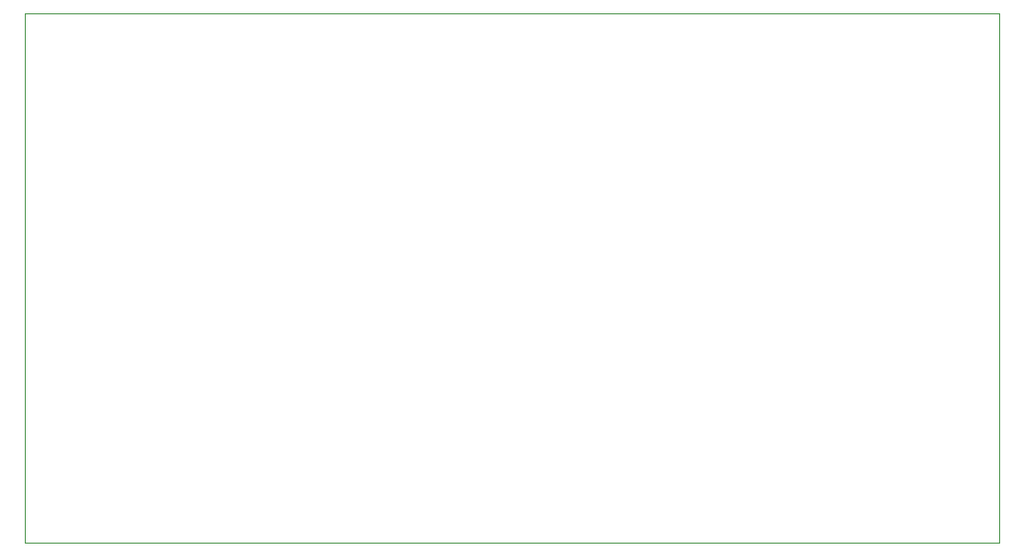
<source format=gm1>
G04 #@! TF.GenerationSoftware,KiCad,Pcbnew,5.1.2-f72e74a~84~ubuntu18.04.1*
G04 #@! TF.CreationDate,2019-05-25T17:51:00+03:00*
G04 #@! TF.ProjectId,manipulyator-v3 (3),6d616e69-7075-46c7-9961-746f722d7633,rev?*
G04 #@! TF.SameCoordinates,Original*
G04 #@! TF.FileFunction,Profile,NP*
%FSLAX45Y45*%
G04 Gerber Fmt 4.5, Leading zero omitted, Abs format (unit mm)*
G04 Created by KiCad (PCBNEW 5.1.2-f72e74a~84~ubuntu18.04.1) date 2019-05-25 17:51:00*
%MOMM*%
%LPD*%
G04 APERTURE LIST*
%ADD10C,0.050000*%
G04 APERTURE END LIST*
D10*
X63500Y63500D02*
X63500Y4762500D01*
X8712200Y63500D02*
X63500Y63500D01*
X8712200Y4762500D02*
X8712200Y63500D01*
X63500Y4762500D02*
X8712200Y4762500D01*
M02*

</source>
